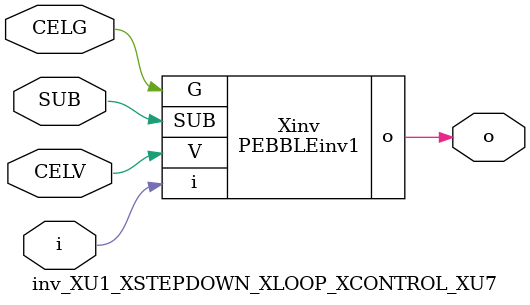
<source format=v>



module PEBBLEinv1 ( o, G, SUB, V, i );

  input V;
  input i;
  input G;
  output o;
  input SUB;
endmodule

//Celera Confidential Do Not Copy inv_XU1_XSTEPDOWN_XLOOP_XCONTROL_XU7
//Celera Confidential Symbol Generator
//5V Inverter
module inv_XU1_XSTEPDOWN_XLOOP_XCONTROL_XU7 (CELV,CELG,i,o,SUB);
input CELV;
input CELG;
input i;
input SUB;
output o;

//Celera Confidential Do Not Copy inv
PEBBLEinv1 Xinv(
.V (CELV),
.i (i),
.o (o),
.SUB (SUB),
.G (CELG)
);
//,diesize,PEBBLEinv1

//Celera Confidential Do Not Copy Module End
//Celera Schematic Generator
endmodule

</source>
